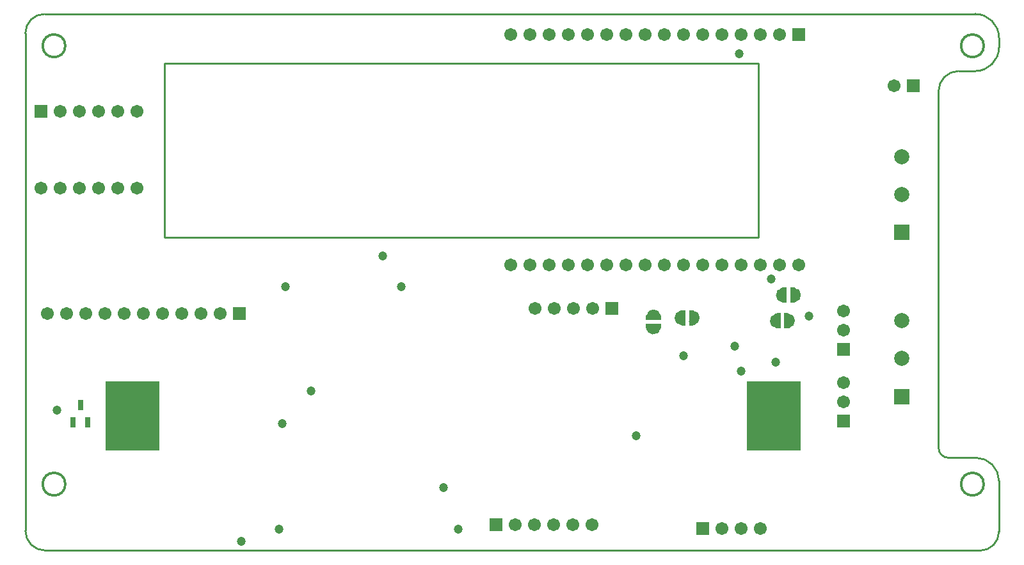
<source format=gbs>
G04*
G04 #@! TF.GenerationSoftware,Altium Limited,Altium Designer,21.2.1 (34)*
G04*
G04 Layer_Color=16711935*
%FSLAX44Y44*%
%MOMM*%
G71*
G04*
G04 #@! TF.SameCoordinates,603A0A18-1311-4174-A4CB-90F12E54E7A9*
G04*
G04*
G04 #@! TF.FilePolarity,Negative*
G04*
G01*
G75*
%ADD11C,0.2540*%
%ADD15C,0.3000*%
%ADD16C,1.0000*%
%ADD17R,1.2032X1.2032*%
%ADD26R,0.5000X2.0000*%
%ADD27R,1.7032X1.7032*%
%ADD28C,1.7032*%
%ADD29R,2.0032X2.0032*%
%ADD30C,2.0032*%
%ADD31R,1.7032X1.7032*%
%ADD32C,1.2032*%
%ADD56R,2.0000X0.5000*%
%ADD58R,1.2032X1.2032*%
%ADD59R,7.2032X9.2032*%
%ADD60R,0.8032X1.3532*%
D11*
X1913011Y1480000D02*
G03*
X1937978Y1504966I0J24966D01*
G01*
X1938040Y2158600D02*
G03*
X1906640Y2190000I-31400J0D01*
G01*
X1937978Y1572309D02*
G03*
X1907515Y1602771I-30463J0D01*
G01*
X1884624Y2114464D02*
G03*
X1858160Y2088000I0J-26464D01*
G01*
X1858166Y1615620D02*
G03*
X1870866Y1602920I12700J0D01*
G01*
X1906640Y2114464D02*
G03*
X1938040Y2145864I0J31400D01*
G01*
X650000Y1506454D02*
G03*
X676454Y1480000I26455J0D01*
G01*
X675392Y2190000D02*
G03*
X650000Y2164608I0J-25392D01*
G01*
X834452Y2124645D02*
X1619451Y2124645D01*
X834452Y1894645D02*
X1619451Y1894645D01*
Y2124645D01*
X834452Y1894645D02*
Y2124645D01*
X676454Y1480000D02*
X1913011D01*
X1938040Y2145864D02*
Y2158600D01*
X675392Y2190000D02*
X1906640D01*
X1903863Y1602920D02*
X1907515D01*
X1884624Y2114464D02*
X1906640D01*
X1858000Y2088000D02*
X1858000Y1615620D01*
X1937978Y1504966D02*
Y1572309D01*
X1870866Y1602920D02*
X1903863D01*
X650000Y1506454D02*
X650000Y2164608D01*
D15*
X1917878Y2147934D02*
G03*
X1917878Y2147934I-15000J0D01*
G01*
Y1567934D02*
G03*
X1917878Y1567934I-15000J0D01*
G01*
X702878D02*
G03*
X702878Y1567934I-15000J0D01*
G01*
Y2147934D02*
G03*
X702878Y2147934I-15000J0D01*
G01*
D16*
X1480000Y1771101D02*
G03*
X1485903Y1775019I1000J4899D01*
G01*
X1476097D02*
G03*
X1480000Y1771101I4903J981D01*
G01*
X1485903Y1789981D02*
G03*
X1476097Y1789981I-4903J-981D01*
G01*
X1666981Y1813207D02*
G03*
X1666981Y1823013I-981J4903D01*
G01*
X1652019D02*
G03*
X1652019Y1813207I981J-4903D01*
G01*
X1658981Y1779097D02*
G03*
X1658981Y1788903I-981J4903D01*
G01*
X1644019D02*
G03*
X1644019Y1779097I981J-4903D01*
G01*
X1517965Y1792857D02*
G03*
X1517965Y1783051I981J-4903D01*
G01*
X1532927D02*
G03*
X1532927Y1792857I-981J4903D01*
G01*
D17*
X1668000Y1818110D02*
D03*
X1651000D02*
D03*
X1660000Y1784000D02*
D03*
X1643000D02*
D03*
X1516946Y1787954D02*
D03*
X1533946D02*
D03*
D26*
X1664500Y1818110D02*
D03*
X1654501Y1818110D02*
D03*
X1656500Y1784000D02*
D03*
X1646501Y1784000D02*
D03*
X1520446Y1787954D02*
D03*
X1530446Y1787954D02*
D03*
D27*
X1425800Y1800000D02*
D03*
X671031Y2061600D02*
D03*
X1272600Y1514000D02*
D03*
X1546000Y1509000D02*
D03*
X933200Y1794000D02*
D03*
X1673452Y2162645D02*
D03*
X1825000Y2094774D02*
D03*
D28*
X1400400Y1800000D02*
D03*
X1375000D02*
D03*
X1349600D02*
D03*
X1324200D02*
D03*
X671031Y1960000D02*
D03*
X798030D02*
D03*
X772630D02*
D03*
X747231D02*
D03*
X721831D02*
D03*
X696431D02*
D03*
Y2061600D02*
D03*
X721831D02*
D03*
X747231D02*
D03*
X772630D02*
D03*
X798030D02*
D03*
X1298000Y1514000D02*
D03*
X1323400D02*
D03*
X1348800D02*
D03*
X1374200D02*
D03*
X1399600D02*
D03*
X1571400Y1509000D02*
D03*
X1596800D02*
D03*
X1622200D02*
D03*
X679200Y1794000D02*
D03*
X704600D02*
D03*
X730000D02*
D03*
X755400D02*
D03*
X780800D02*
D03*
X806200D02*
D03*
X831600D02*
D03*
X857000D02*
D03*
X882400D02*
D03*
X907800D02*
D03*
X1292451Y1857645D02*
D03*
X1317852Y1857645D02*
D03*
X1343251Y1857645D02*
D03*
X1368651Y1857645D02*
D03*
X1394052D02*
D03*
X1419451Y1857645D02*
D03*
X1444852Y1857645D02*
D03*
X1470251Y1857645D02*
D03*
X1495652Y1857645D02*
D03*
X1521051D02*
D03*
X1546452D02*
D03*
X1571852D02*
D03*
X1597251D02*
D03*
X1622652D02*
D03*
X1648051Y1857645D02*
D03*
X1673452Y1857645D02*
D03*
X1648051Y2162645D02*
D03*
X1622652D02*
D03*
X1597251D02*
D03*
X1571852Y2162645D02*
D03*
X1546452Y2162645D02*
D03*
X1521051D02*
D03*
X1495652D02*
D03*
X1470251D02*
D03*
X1444852D02*
D03*
X1419451D02*
D03*
X1394052Y2162645D02*
D03*
X1368651Y2162645D02*
D03*
X1343251Y2162645D02*
D03*
X1317852Y2162645D02*
D03*
X1292451D02*
D03*
X1799600Y2094774D02*
D03*
X1732000Y1772000D02*
D03*
Y1797400D02*
D03*
Y1676400D02*
D03*
Y1701800D02*
D03*
D29*
X1809000Y1901000D02*
D03*
Y1684000D02*
D03*
D30*
Y1951000D02*
D03*
Y2001000D02*
D03*
Y1734000D02*
D03*
Y1784000D02*
D03*
D31*
X1732000Y1746600D02*
D03*
Y1651000D02*
D03*
D32*
X1520691Y1737554D02*
D03*
X691684Y1666055D02*
D03*
X1147000Y1829460D02*
D03*
X994000D02*
D03*
X990000Y1648000D02*
D03*
X1686360Y1790000D02*
D03*
X1637000Y1839000D02*
D03*
X1458250Y1632000D02*
D03*
X1028000Y1691000D02*
D03*
X1643000Y1729000D02*
D03*
X1588656Y1750804D02*
D03*
X1596800Y1717352D02*
D03*
X1594612Y2137664D02*
D03*
X935250Y1492000D02*
D03*
X1222887Y1508000D02*
D03*
X1203500Y1563558D02*
D03*
X1122790Y1869685D02*
D03*
X986000Y1508000D02*
D03*
D56*
X1481000Y1777500D02*
D03*
X1481001Y1787500D02*
D03*
D58*
X1481000Y1774000D02*
D03*
Y1791000D02*
D03*
D59*
X792000Y1658000D02*
D03*
X1640000D02*
D03*
D60*
X722878Y1672250D02*
D03*
X713378Y1649750D02*
D03*
X732378D02*
D03*
M02*

</source>
